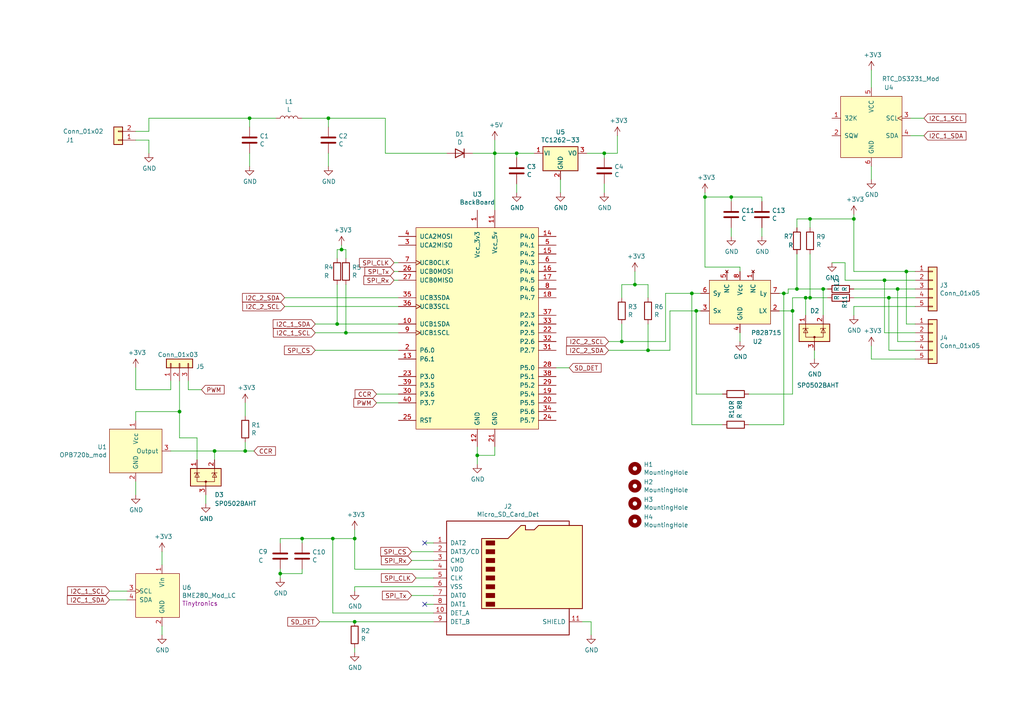
<source format=kicad_sch>
(kicad_sch (version 20211123) (generator eeschema)
  (paper "A4")
  (title_block (title "Primavera Monitor") (rev "v1.2"))
  (lib_symbols
    (symbol "BME280:BME280_Mod_LC" (pin_names (offset 1.016))
      (property "Reference" "U" (at 10.16 0 0))
      (property "Value" "BME280_Mod_LC" (at 16.51 2.54 0))
      (property "Manufacturer" "Tinytronics" (at 13.97 5.08 0))
      (symbol "BME280_Mod_LC_0_1"
        (rectangle (start -6.35 6.35) (end 6.35 -6.35) (fill (type background)))
      )
      (symbol "BME280_Mod_LC_1_1"
        (pin power_in line (at 1.27 8.89 270) (length 2.54) (name "Vin") (number "1"))
        (pin power_out line (at 1.27 -8.89 90) (length 2.54) (name "GND") (number "2"))
        (pin input clock (at -8.89 1.27 0) (length 2.54) (name "SCL") (number "3"))
        (pin bidirectional line (at -8.89 -1.27 0) (length 2.54) (name "SDA") (number "4"))
      )
    )
    (symbol "Connector:Micro_SD_Card_Det" (pin_names (offset 1.016))
      (property "Reference" "J" (at -16.51 17.78 0))
      (property "Value" "Micro_SD_Card_Det" (at 16.51 17.78 0))
      (symbol "Micro_SD_Card_Det_0_1"
        (rectangle (start -7.62 -6.985) (end -5.08 -8.255) (fill (type outline)))
        (rectangle (start -7.62 -4.445) (end -5.08 -5.715) (fill (type outline)))
        (rectangle (start -7.62 -1.905) (end -5.08 -3.175) (fill (type outline)))
        (rectangle (start -7.62 0.635) (end -5.08 -0.635) (fill (type outline)))
        (rectangle (start -7.62 3.175) (end -5.08 1.905) (fill (type outline)))
        (rectangle (start -7.62 5.715) (end -5.08 4.445) (fill (type outline)))
        (rectangle (start -7.62 8.255) (end -5.08 6.985) (fill (type outline)))
        (rectangle (start -7.62 10.795) (end -5.08 9.525) (fill (type outline)))
        (polyline (pts (xy 16.51 15.24) (xy 16.51 16.51) (xy -19.05 16.51) (xy -19.05 -16.51) (xy 16.51 -16.51) (xy 16.51 -8.89)) (stroke (width 0.254)))
        (polyline (pts (xy -8.89 -8.89) (xy -8.89 11.43) (xy -1.27 11.43) (xy 2.54 15.24) (xy 3.81 15.24) (xy 3.81 13.97) (xy 6.35 13.97) (xy 7.62 15.24) (xy 20.32 15.24) (xy 20.32 -8.89) (xy -8.89 -8.89)) (stroke (width 0.254)) (fill (type background)))
      )
      (symbol "Micro_SD_Card_Det_1_1"
        (pin bidirectional line (at -22.86 10.16 0) (length 3.81) (name "DAT2") (number "1"))
        (pin passive line (at -22.86 -10.16 0) (length 3.81) (name "DET_A") (number "10"))
        (pin passive line (at 20.32 -12.7 180) (length 3.81) (name "SHIELD") (number "11"))
        (pin bidirectional line (at -22.86 7.62 0) (length 3.81) (name "DAT3/CD") (number "2"))
        (pin input line (at -22.86 5.08 0) (length 3.81) (name "CMD") (number "3"))
        (pin power_in line (at -22.86 2.54 0) (length 3.81) (name "VDD") (number "4"))
        (pin input line (at -22.86 0 0) (length 3.81) (name "CLK") (number "5"))
        (pin power_in line (at -22.86 -2.54 0) (length 3.81) (name "VSS") (number "6"))
        (pin bidirectional line (at -22.86 -5.08 0) (length 3.81) (name "DAT0") (number "7"))
        (pin bidirectional line (at -22.86 -7.62 0) (length 3.81) (name "DAT1") (number "8"))
        (pin passive line (at -22.86 -12.7 0) (length 3.81) (name "DET_B") (number "9"))
      )
    )
    (symbol "Connector_Generic:Conn_01x02" (pin_names (offset 1.016) hide)
      (property "Reference" "J" (at 0 2.54 0))
      (property "Value" "Conn_01x02" (at 0 -5.08 0))
      (symbol "Conn_01x02_1_1"
        (rectangle (start -1.27 -2.413) (end 0 -2.667) (stroke (width 0.1524)))
        (rectangle (start -1.27 0.127) (end 0 -0.127) (stroke (width 0.1524)))
        (rectangle (start -1.27 1.27) (end 1.27 -3.81) (stroke (width 0.254)) (fill (type background)))
        (pin passive line (at -5.08 0 0) (length 3.81) (name "Pin_1") (number "1"))
        (pin passive line (at -5.08 -2.54 0) (length 3.81) (name "Pin_2") (number "2"))
      )
    )
    (symbol "Connector_Generic:Conn_01x03" (pin_names (offset 1.016) hide)
      (property "Reference" "J" (at 0 5.08 0))
      (property "Value" "Conn_01x03" (at 0 -5.08 0))
      (symbol "Conn_01x03_1_1"
        (rectangle (start -1.27 -2.413) (end 0 -2.667) (stroke (width 0.1524)))
        (rectangle (start -1.27 0.127) (end 0 -0.127) (stroke (width 0.1524)))
        (rectangle (start -1.27 2.667) (end 0 2.413) (stroke (width 0.1524)))
        (rectangle (start -1.27 3.81) (end 1.27 -3.81) (stroke (width 0.254)) (fill (type background)))
        (pin passive line (at -5.08 2.54 0) (length 3.81) (name "Pin_1") (number "1"))
        (pin passive line (at -5.08 0 0) (length 3.81) (name "Pin_2") (number "2"))
        (pin passive line (at -5.08 -2.54 0) (length 3.81) (name "Pin_3") (number "3"))
      )
    )
    (symbol "Connector_Generic:Conn_01x05" (pin_names (offset 1.016) hide)
      (property "Reference" "J" (at 0 7.62 0))
      (property "Value" "Conn_01x05" (at 0 -7.62 0))
      (symbol "Conn_01x05_1_1"
        (rectangle (start -1.27 -4.953) (end 0 -5.207) (stroke (width 0.1524)))
        (rectangle (start -1.27 -2.413) (end 0 -2.667) (stroke (width 0.1524)))
        (rectangle (start -1.27 0.127) (end 0 -0.127) (stroke (width 0.1524)))
        (rectangle (start -1.27 2.667) (end 0 2.413) (stroke (width 0.1524)))
        (rectangle (start -1.27 5.207) (end 0 4.953) (stroke (width 0.1524)))
        (rectangle (start -1.27 6.35) (end 1.27 -6.35) (stroke (width 0.254)) (fill (type background)))
        (pin passive line (at -5.08 5.08 0) (length 3.81) (name "Pin_1") (number "1"))
        (pin passive line (at -5.08 2.54 0) (length 3.81) (name "Pin_2") (number "2"))
        (pin passive line (at -5.08 0 0) (length 3.81) (name "Pin_3") (number "3"))
        (pin passive line (at -5.08 -2.54 0) (length 3.81) (name "Pin_4") (number "4"))
        (pin passive line (at -5.08 -5.08 0) (length 3.81) (name "Pin_5") (number "5"))
      )
    )
    (symbol "Device:C" (pin_numbers hide) (pin_names (offset 0.254))
      (property "Reference" "C" (at 0.635 2.54 0))
      (property "Value" "C" (at 0.635 -2.54 0))
      (symbol "C_0_1"
        (polyline (pts (xy -2.032 -0.762) (xy 2.032 -0.762)) (stroke (width 0.508)))
        (polyline (pts (xy -2.032 0.762) (xy 2.032 0.762)) (stroke (width 0.508)))
      )
      (symbol "C_1_1"
        (pin passive line (at 0 3.81 270) (length 2.794) (name "~") (number "1"))
        (pin passive line (at 0 -3.81 90) (length 2.794) (name "~") (number "2"))
      )
    )
    (symbol "Device:D" (pin_numbers hide) (pin_names (offset 1.016) hide)
      (property "Reference" "D" (at 0 2.54 0))
      (property "Value" "D" (at 0 -2.54 0))
      (symbol "D_0_1"
        (polyline (pts (xy -1.27 1.27) (xy -1.27 -1.27)) (stroke (width 0.254)))
        (polyline (pts (xy 1.27 0) (xy -1.27 0)))
        (polyline (pts (xy 1.27 1.27) (xy 1.27 -1.27) (xy -1.27 0) (xy 1.27 1.27)) (stroke (width 0.254)))
      )
      (symbol "D_1_1"
        (pin passive line (at -3.81 0 0) (length 2.54) (name "K") (number "1"))
        (pin passive line (at 3.81 0 180) (length 2.54) (name "A") (number "2"))
      )
    )
    (symbol "Device:L" (pin_numbers hide) (pin_names (offset 1.016) hide)
      (property "Reference" "L" (at -1.27 0 90))
      (property "Value" "L" (at 1.905 0 90))
      (symbol "L_0_1"
        (arc (start 0 -2.54) (mid 0.635 -1.905) (end 0 -1.27))
        (arc (start 0 -1.27) (mid 0.635 -0.635) (end 0 0))
        (arc (start 0 0) (mid 0.635 0.635) (end 0 1.27))
        (arc (start 0 1.27) (mid 0.635 1.905) (end 0 2.54))
      )
      (symbol "L_1_1"
        (pin passive line (at 0 3.81 270) (length 1.27) (name "1") (number "1"))
        (pin passive line (at 0 -3.81 90) (length 1.27) (name "2") (number "2"))
      )
    )
    (symbol "Device:R" (pin_numbers hide) (pin_names (offset 0))
      (property "Reference" "R" (at 2.032 0 90))
      (property "Value" "R" (at 0 0 90))
      (symbol "R_0_1"
        (rectangle (start -1.016 -2.54) (end 1.016 2.54) (stroke (width 0.254)))
      )
      (symbol "R_1_1"
        (pin passive line (at 0 3.81 270) (length 1.27) (name "~") (number "1"))
        (pin passive line (at 0 -3.81 90) (length 1.27) (name "~") (number "2"))
      )
    )
    (symbol "I2C_Peripherals:P82B715" (pin_names (offset 1.016))
      (property "Reference" "U" (at 2.54 -10.16 0))
      (property "Value" "P82B715" (at 6.35 -7.62 0))
      (symbol "P82B715_0_1"
        (rectangle (start -8.89 6.35) (end 8.89 -6.35) (fill (type background)))
      )
      (symbol "P82B715_1_1"
        (pin no_connect line (at 3.81 8.89 270) (length 2.54) (name "NC") (number "1"))
        (pin bidirectional line (at 11.43 -2.54 180) (length 2.54) (name "LX") (number "2"))
        (pin bidirectional line (at -11.43 -2.54 0) (length 2.54) (name "Sx") (number "3"))
        (pin power_out line (at 0 -8.89 90) (length 2.54) (name "GND") (number "4"))
        (pin no_connect line (at -3.81 8.89 270) (length 2.54) (name "NC") (number "5"))
        (pin bidirectional line (at -11.43 2.54 0) (length 2.54) (name "Sy") (number "6"))
        (pin bidirectional line (at 11.43 2.54 180) (length 2.54) (name "Ly") (number "7"))
        (pin power_in line (at 0 8.89 270) (length 2.54) (name "Vcc") (number "8"))
      )
    )
    (symbol "MSP-EXP432P401R:BackBoard" (pin_names (offset 1.016))
      (property "Reference" "U" (at 12.7 31.75 0))
      (property "Value" "BackBoard" (at 16.51 34.29 0))
      (symbol "BackBoard_0_1"
        (rectangle (start -17.78 29.21) (end 17.78 -29.21) (fill (type background)))
      )
      (symbol "BackBoard_1_1"
        (pin power_in line (at 0 34.29 270) (length 5.08) (name "Vcc_3v3") (number "1"))
        (pin bidirectional line (at -22.86 1.27 0) (length 5.08) (name "UCB1SDA") (number "10"))
        (pin power_in line (at 5.08 34.29 270) (length 5.08) (name "Vcc_5v") (number "11"))
        (pin power_out line (at 0 -34.29 90) (length 5.08) (name "GND") (number "12"))
        (pin bidirectional line (at -22.86 -8.89 0) (length 5.08) (name "P6.1") (number "13"))
        (pin bidirectional line (at 22.86 26.67 180) (length 5.08) (name "P4.0") (number "14"))
        (pin bidirectional line (at 22.86 21.59 180) (length 5.08) (name "P4.2") (number "15"))
        (pin bidirectional line (at 22.86 16.51 180) (length 5.08) (name "P4.4") (number "16"))
        (pin bidirectional line (at 22.86 13.97 180) (length 5.08) (name "P4.5") (number "17"))
        (pin bidirectional line (at 22.86 8.89 180) (length 5.08) (name "P4.7") (number "18"))
        (pin bidirectional line (at 22.86 -19.05 180) (length 5.08) (name "P5.4") (number "19"))
        (pin bidirectional line (at -22.86 -6.35 0) (length 5.08) (name "P6.0") (number "2"))
        (pin bidirectional line (at 22.86 -21.59 180) (length 5.08) (name "P5.5") (number "20"))
        (pin power_out line (at 5.08 -34.29 90) (length 5.08) (name "GND") (number "21"))
        (pin bidirectional line (at 22.86 -1.27 180) (length 5.08) (name "P2.5") (number "22"))
        (pin bidirectional line (at -22.86 -13.97 0) (length 5.08) (name "P3.0") (number "23"))
        (pin bidirectional line (at 22.86 -26.67 180) (length 5.08) (name "P5.7") (number "24"))
        (pin input line (at -22.86 -26.67 0) (length 5.08) (name "RST") (number "25"))
        (pin bidirectional line (at -22.86 16.51 0) (length 5.08) (name "UCB0MOSI") (number "26"))
        (pin bidirectional line (at -22.86 13.97 0) (length 5.08) (name "UCB0MISO") (number "27"))
        (pin bidirectional line (at 22.86 -11.43 180) (length 5.08) (name "P5.0") (number "28"))
        (pin bidirectional line (at 22.86 -16.51 180) (length 5.08) (name "P5.2") (number "29"))
        (pin bidirectional line (at -22.86 24.13 0) (length 5.08) (name "UCA2MISO") (number "3"))
        (pin bidirectional line (at -22.86 -19.05 0) (length 5.08) (name "P3.6") (number "30"))
        (pin bidirectional line (at 22.86 -6.35 180) (length 5.08) (name "P2.7") (number "31"))
        (pin bidirectional line (at 22.86 -3.81 180) (length 5.08) (name "P2.6") (number "32"))
        (pin bidirectional line (at 22.86 1.27 180) (length 5.08) (name "P2.4") (number "33"))
        (pin bidirectional line (at 22.86 -24.13 180) (length 5.08) (name "P5.6") (number "34"))
        (pin bidirectional line (at -22.86 8.89 0) (length 5.08) (name "UCB3SDA") (number "35"))
        (pin output clock (at -22.86 6.35 0) (length 5.08) (name "UCB3SCL") (number "36"))
        (pin bidirectional line (at 22.86 3.81 180) (length 5.08) (name "P2.3") (number "37"))
        (pin bidirectional line (at 22.86 -13.97 180) (length 5.08) (name "P5.1") (number "38"))
        (pin bidirectional line (at -22.86 -16.51 0) (length 5.08) (name "P3.5") (number "39"))
        (pin bidirectional line (at -22.86 26.67 0) (length 5.08) (name "UCA2MOSI") (number "4"))
        (pin bidirectional line (at -22.86 -21.59 0) (length 5.08) (name "P3.7") (number "40"))
        (pin bidirectional line (at 22.86 24.13 180) (length 5.08) (name "P4.1") (number "5"))
        (pin bidirectional line (at 22.86 19.05 180) (length 5.08) (name "P4.3") (number "6"))
        (pin output clock (at -22.86 19.05 0) (length 5.08) (name "UCB0CLK") (number "7"))
        (pin bidirectional line (at 22.86 11.43 180) (length 5.08) (name "P4.6") (number "8"))
        (pin output clock (at -22.86 -1.27 0) (length 5.08) (name "UCB1SCL") (number "9"))
      )
    )
    (symbol "Mechanical:MountingHole" (pin_names (offset 1.016))
      (property "Reference" "H" (at 0 5.08 0))
      (property "Value" "MountingHole" (at 0 3.175 0))
      (symbol "MountingHole_0_1"
        (circle (center 0 0) (radius 1.27) (stroke (width 1.27)))
      )
    )
    (symbol "OPB720b:OPB720b_mod" (pin_names (offset 1.016))
      (property "Reference" "U" (at -11.43 10.16 0))
      (property "Value" "OPB720b_mod" (at -11.43 7.62 0))
      (symbol "OPB720b_mod_0_1"
        (rectangle (start -7.62 6.35) (end 7.62 -6.35) (fill (type background)))
      )
      (symbol "OPB720b_mod_1_1"
        (pin power_in line (at 0 8.89 270) (length 2.54) (name "Vcc") (number "1"))
        (pin power_out line (at 0 -8.89 90) (length 2.54) (name "GND") (number "2"))
        (pin output line (at 10.16 0 180) (length 2.54) (name "Output") (number "3"))
      )
    )
    (symbol "Power_Protection:SP0502BAHT" (pin_names hide)
      (property "Reference" "D" (at 5.715 2.54 0))
      (property "Value" "SP0502BAHT" (at 5.715 0.635 0))
      (symbol "SP0502BAHT_0_0"
        (pin passive line (at 0 -5.08 90) (length 2.54) (name "A") (number "3"))
      )
      (symbol "SP0502BAHT_0_1"
        (rectangle (start -4.445 2.54) (end 4.445 -2.54) (stroke (width 0.254)) (fill (type background)))
        (circle (center 0 -1.27) (radius 0.254) (fill (type outline)))
        (polyline (pts (xy -2.54 2.54) (xy -2.54 1.27)))
        (polyline (pts (xy 0 -1.27) (xy 0 -2.54)))
        (polyline (pts (xy 2.54 2.54) (xy 2.54 1.27)))
        (polyline (pts (xy -3.302 1.016) (xy -3.302 1.27) (xy -1.905 1.27) (xy -1.778 1.27)))
        (polyline (pts (xy -2.54 1.27) (xy -2.54 -1.27) (xy 2.54 -1.27) (xy 2.54 1.27)))
        (polyline (pts (xy -2.54 1.27) (xy -1.905 0) (xy -3.175 0) (xy -2.54 1.27)))
        (polyline (pts (xy 1.778 1.016) (xy 1.778 1.27) (xy 3.175 1.27) (xy 3.302 1.27)))
        (polyline (pts (xy 2.54 1.27) (xy 1.905 0) (xy 3.175 0) (xy 2.54 1.27)))
      )
      (symbol "SP0502BAHT_1_1"
        (pin passive line (at -2.54 5.08 270) (length 2.54) (name "K") (number "1"))
        (pin passive line (at 2.54 5.08 270) (length 2.54) (name "K") (number "2"))
      )
    )
    (symbol "RTC_DS3231:RTC_DS3231_Mod" (pin_names (offset 1.016))
      (property "Reference" "U" (at -13.97 12.7 0))
      (property "Value" "RTC_DS3231_Mod" (at -13.97 10.16 0))
      (symbol "RTC_DS3231_Mod_0_1"
        (rectangle (start -8.89 8.89) (end 8.89 -8.89) (fill (type background)))
      )
      (symbol "RTC_DS3231_Mod_1_1"
        (pin output line (at 11.43 2.54 180) (length 2.54) (name "32K") (number "1"))
        (pin output line (at 11.43 -2.54 180) (length 2.54) (name "SQW") (number "2"))
        (pin input clock (at -11.43 2.54 0) (length 2.54) (name "SCL") (number "3"))
        (pin bidirectional line (at -11.43 -2.54 0) (length 2.54) (name "SDA") (number "4"))
        (pin power_in line (at 0 11.43 270) (length 2.54) (name "VCC") (number "5"))
        (pin power_out line (at 0 -11.43 90) (length 2.54) (name "GND") (number "6"))
      )
    )
    (symbol "Regulator_Linear:TC1262-33" (pin_names (offset 0.254))
      (property "Reference" "U" (at -3.81 3.175 0))
      (property "Value" "TC1262-33" (at 0 3.175 0))
      (symbol "TC1262-33_1_1"
        (rectangle (start -5.08 1.905) (end 5.08 -5.08) (stroke (width 0.254)) (fill (type background)))
        (pin power_in line (at -7.62 0 0) (length 2.54) (name "VI") (number "1"))
        (pin power_in line (at 0 -7.62 90) (length 2.54) (name "GND") (number "2"))
        (pin power_out line (at 7.62 0 180) (length 2.54) (name "VO") (number "3"))
      )
    )
    (symbol "power:+3.3V" (power) (pin_names (offset 0))
      (property "Value" "+3.3V" (at 0 3.556 0))
      (symbol "+3.3V_0_1"
        (polyline (pts (xy -0.762 1.27) (xy 0 2.54)))
        (polyline (pts (xy 0 0) (xy 0 2.54)))
        (polyline (pts (xy 0 2.54) (xy 0.762 1.27)))
      )
      (symbol "+3.3V_1_1"
        (pin power_in line (at 0 0 90) (length 0) hide (name "+3V3") (number "1"))
      )
    )
    (symbol "power:+3V3" (power) (pin_names (offset 0))
      (property "Value" "+3V3" (at 0 3.556 0))
      (symbol "+3V3_0_1"
        (polyline (pts (xy -0.762 1.27) (xy 0 2.54)))
        (polyline (pts (xy 0 0) (xy 0 2.54)))
        (polyline (pts (xy 0 2.54) (xy 0.762 1.27)))
      )
      (symbol "+3V3_1_1"
        (pin power_in line (at 0 0 90) (length 0) hide (name "+3V3") (number "1"))
      )
    )
    (symbol "power:+5V" (power) (pin_names (offset 0))
      (property "Value" "+5V" (at 0 3.556 0))
      (symbol "+5V_0_1"
        (polyline (pts (xy -0.762 1.27) (xy 0 2.54)))
        (polyline (pts (xy 0 0) (xy 0 2.54)))
        (polyline (pts (xy 0 2.54) (xy 0.762 1.27)))
      )
      (symbol "+5V_1_1"
        (pin power_in line (at 0 0 90) (length 0) hide (name "+5V") (number "1"))
      )
    )
    (symbol "power:GND" (power) (pin_names (offset 0))
      (property "Value" "GND" (at 0 -3.81 0))
      (symbol "GND_0_1"
        (polyline (pts (xy 0 0) (xy 0 -1.27) (xy 1.27 -1.27) (xy 0 -2.54) (xy -1.27 -1.27) (xy 0 -1.27)))
      )
      (symbol "GND_1_1"
        (pin power_in line (at 0 0 270) (length 0) hide (name "GND") (number "1"))
      )
    )
  )
  (junction (at 201.93 90.17))
  (junction (at 200.66 85.09))
  (junction (at 184.15 82.55))
  (junction (at 149.86 44.45))
  (junction (at 227.33 85.09))
  (junction (at 143.51 44.45))
  (junction (at 262.89 78.74))
  (junction (at 180.34 99.06))
  (junction (at 62.23 130.81))
  (junction (at 99.06 72.39))
  (junction (at 71.12 130.81))
  (junction (at 100.33 96.52))
  (junction (at 256.54 81.28))
  (junction (at 234.95 86.36))
  (junction (at 229.87 90.17))
  (junction (at 234.95 63.5))
  (junction (at 247.65 63.5))
  (junction (at 81.28 166.37))
  (junction (at 233.68 86.36))
  (junction (at 102.87 156.21))
  (junction (at 102.87 180.34))
  (junction (at 187.96 101.6))
  (junction (at 72.39 34.29))
  (junction (at 87.63 156.21))
  (junction (at 260.35 83.82))
  (junction (at 175.26 44.45))
  (junction (at 97.79 93.98))
  (junction (at 212.09 57.15))
  (junction (at 257.81 86.36))
  (junction (at 52.07 119.38))
  (junction (at 95.25 34.29))
  (junction (at 204.47 57.15))
  (junction (at 138.43 132.08))
  (junction (at 231.14 83.82))
  (junction (at 96.52 156.21))
  (junction (at 238.76 83.82))
  (no_connect (at 123.19 175.26))
  (no_connect (at 123.19 157.48))
  (wire (pts (xy 81.28 157.48) (xy 81.28 156.21)))
  (wire (pts (xy 247.65 78.74) (xy 262.89 78.74)))
  (wire (pts (xy 59.69 143.51) (xy 59.69 146.05)))
  (wire (pts (xy 226.06 90.17) (xy 229.87 90.17)))
  (wire (pts (xy 184.15 78.74) (xy 184.15 82.55)))
  (wire (pts (xy 39.37 40.64) (xy 43.18 40.64)))
  (wire (pts (xy 194.31 101.6) (xy 194.31 90.17)))
  (wire (pts (xy 109.22 114.3) (xy 115.57 114.3)))
  (wire (pts (xy 214.63 96.52) (xy 214.63 99.06)))
  (wire (pts (xy 111.76 44.45) (xy 129.54 44.45)))
  (wire (pts (xy 82.55 86.36) (xy 115.57 86.36)))
  (wire (pts (xy 87.63 34.29) (xy 95.25 34.29)))
  (wire (pts (xy 143.51 44.45) (xy 143.51 60.96)))
  (wire (pts (xy 125.73 180.34) (xy 102.87 180.34)))
  (wire (pts (xy 39.37 119.38) (xy 52.07 119.38)))
  (wire (pts (xy 149.86 53.34) (xy 149.86 55.88)))
  (wire (pts (xy 119.38 162.56) (xy 125.73 162.56)))
  (wire (pts (xy 175.26 44.45) (xy 179.07 44.45)))
  (wire (pts (xy 102.87 153.67) (xy 102.87 156.21)))
  (wire (pts (xy 111.76 34.29) (xy 111.76 44.45)))
  (wire (pts (xy 39.37 106.68) (xy 39.37 113.03)))
  (wire (pts (xy 229.87 114.3) (xy 229.87 90.17)))
  (wire (pts (xy 99.06 72.39) (xy 100.33 72.39)))
  (wire (pts (xy 99.06 71.12) (xy 99.06 72.39)))
  (wire (pts (xy 201.93 114.3) (xy 201.93 90.17)))
  (wire (pts (xy 233.68 91.44) (xy 233.68 86.36)))
  (wire (pts (xy 204.47 77.47) (xy 214.63 77.47)))
  (wire (pts (xy 176.53 99.06) (xy 180.34 99.06)))
  (wire (pts (xy 194.31 90.17) (xy 201.93 90.17)))
  (wire (pts (xy 95.25 44.45) (xy 95.25 48.26)))
  (wire (pts (xy 176.53 101.6) (xy 187.96 101.6)))
  (wire (pts (xy 180.34 93.98) (xy 180.34 99.06)))
  (wire (pts (xy 229.87 86.36) (xy 233.68 86.36)))
  (wire (pts (xy 115.57 116.84) (xy 109.22 116.84)))
  (wire (pts (xy 138.43 129.54) (xy 138.43 132.08)))
  (wire (pts (xy 247.65 62.23) (xy 247.65 63.5)))
  (wire (pts (xy 187.96 101.6) (xy 194.31 101.6)))
  (wire (pts (xy 125.73 170.18) (xy 102.87 170.18)))
  (wire (pts (xy 114.3 78.74) (xy 115.57 78.74)))
  (wire (pts (xy 87.63 165.1) (xy 87.63 166.37)))
  (wire (pts (xy 149.86 45.72) (xy 149.86 44.45)))
  (wire (pts (xy 71.12 128.27) (xy 71.12 130.81)))
  (wire (pts (xy 217.17 114.3) (xy 229.87 114.3)))
  (wire (pts (xy 137.16 44.45) (xy 143.51 44.45)))
  (wire (pts (xy 247.65 88.9) (xy 247.65 91.44)))
  (wire (pts (xy 71.12 130.81) (xy 73.66 130.81)))
  (wire (pts (xy 114.3 76.2) (xy 115.57 76.2)))
  (wire (pts (xy 62.23 130.81) (xy 49.53 130.81)))
  (wire (pts (xy 238.76 91.44) (xy 238.76 83.82)))
  (wire (pts (xy 62.23 133.35) (xy 62.23 130.81)))
  (wire (pts (xy 168.91 180.34) (xy 171.45 180.34)))
  (wire (pts (xy 97.79 72.39) (xy 97.79 74.93)))
  (wire (pts (xy 187.96 82.55) (xy 187.96 86.36)))
  (wire (pts (xy 31.75 171.45) (xy 36.83 171.45)))
  (wire (pts (xy 96.52 156.21) (xy 102.87 156.21)))
  (wire (pts (xy 212.09 66.04) (xy 212.09 68.58)))
  (wire (pts (xy 52.07 127) (xy 52.07 119.38)))
  (wire (pts (xy 231.14 63.5) (xy 231.14 66.04)))
  (wire (pts (xy 54.61 110.49) (xy 54.61 113.03)))
  (wire (pts (xy 236.22 101.6) (xy 236.22 104.14)))
  (wire (pts (xy 57.15 133.35) (xy 57.15 127)))
  (wire (pts (xy 257.81 86.36) (xy 265.43 86.36)))
  (wire (pts (xy 102.87 156.21) (xy 102.87 165.1)))
  (wire (pts (xy 71.12 130.81) (xy 62.23 130.81)))
  (wire (pts (xy 231.14 83.82) (xy 238.76 83.82)))
  (wire (pts (xy 39.37 113.03) (xy 49.53 113.03)))
  (wire (pts (xy 228.6 83.82) (xy 231.14 83.82)))
  (wire (pts (xy 247.65 63.5) (xy 234.95 63.5)))
  (wire (pts (xy 143.51 40.64) (xy 143.51 44.45)))
  (wire (pts (xy 87.63 156.21) (xy 96.52 156.21)))
  (wire (pts (xy 87.63 157.48) (xy 87.63 156.21)))
  (wire (pts (xy 252.73 48.26) (xy 252.73 52.07)))
  (wire (pts (xy 179.07 39.37) (xy 179.07 44.45)))
  (wire (pts (xy 245.11 76.2) (xy 241.3 76.2)))
  (wire (pts (xy 72.39 34.29) (xy 43.18 34.29)))
  (wire (pts (xy 143.51 44.45) (xy 149.86 44.45)))
  (wire (pts (xy 260.35 99.06) (xy 265.43 99.06)))
  (wire (pts (xy 99.06 72.39) (xy 97.79 72.39)))
  (wire (pts (xy 43.18 38.1) (xy 39.37 38.1)))
  (wire (pts (xy 212.09 57.15) (xy 212.09 58.42)))
  (wire (pts (xy 262.89 78.74) (xy 265.43 78.74)))
  (wire (pts (xy 256.54 96.52) (xy 265.43 96.52)))
  (wire (pts (xy 125.73 177.8) (xy 96.52 177.8)))
  (wire (pts (xy 209.55 114.3) (xy 201.93 114.3)))
  (wire (pts (xy 46.99 181.61) (xy 46.99 184.15)))
  (wire (pts (xy 100.33 82.55) (xy 100.33 96.52)))
  (wire (pts (xy 81.28 166.37) (xy 81.28 167.64)))
  (wire (pts (xy 184.15 82.55) (xy 180.34 82.55)))
  (wire (pts (xy 95.25 34.29) (xy 111.76 34.29)))
  (wire (pts (xy 96.52 177.8) (xy 96.52 156.21)))
  (wire (pts (xy 87.63 166.37) (xy 81.28 166.37)))
  (wire (pts (xy 220.98 57.15) (xy 220.98 58.42)))
  (wire (pts (xy 233.68 86.36) (xy 234.95 86.36)))
  (wire (pts (xy 184.15 82.55) (xy 187.96 82.55)))
  (wire (pts (xy 100.33 72.39) (xy 100.33 74.93)))
  (wire (pts (xy 82.55 88.9) (xy 115.57 88.9)))
  (wire (pts (xy 97.79 93.98) (xy 115.57 93.98)))
  (wire (pts (xy 234.95 63.5) (xy 234.95 66.04)))
  (wire (pts (xy 165.1 106.68) (xy 161.29 106.68)))
  (wire (pts (xy 262.89 93.98) (xy 265.43 93.98)))
  (wire (pts (xy 114.3 81.28) (xy 115.57 81.28)))
  (wire (pts (xy 226.06 85.09) (xy 227.33 85.09)))
  (wire (pts (xy 265.43 104.14) (xy 252.73 104.14)))
  (wire (pts (xy 217.17 123.19) (xy 227.33 123.19)))
  (wire (pts (xy 187.96 93.98) (xy 187.96 101.6)))
  (wire (pts (xy 200.66 85.09) (xy 203.2 85.09)))
  (wire (pts (xy 72.39 36.83) (xy 72.39 34.29)))
  (wire (pts (xy 39.37 121.92) (xy 39.37 119.38)))
  (wire (pts (xy 234.95 73.66) (xy 234.95 86.36)))
  (wire (pts (xy 201.93 90.17) (xy 203.2 90.17)))
  (wire (pts (xy 204.47 57.15) (xy 212.09 57.15)))
  (wire (pts (xy 175.26 53.34) (xy 175.26 55.88)))
  (wire (pts (xy 204.47 57.15) (xy 204.47 77.47)))
  (wire (pts (xy 49.53 113.03) (xy 49.53 110.49)))
  (wire (pts (xy 95.25 36.83) (xy 95.25 34.29)))
  (wire (pts (xy 57.15 127) (xy 52.07 127)))
  (wire (pts (xy 80.01 34.29) (xy 72.39 34.29)))
  (wire (pts (xy 257.81 101.6) (xy 265.43 101.6)))
  (wire (pts (xy 100.33 96.52) (xy 115.57 96.52)))
  (wire (pts (xy 102.87 165.1) (xy 125.73 165.1)))
  (wire (pts (xy 212.09 57.15) (xy 220.98 57.15)))
  (wire (pts (xy 247.65 63.5) (xy 247.65 78.74)))
  (wire (pts (xy 193.04 85.09) (xy 200.66 85.09)))
  (wire (pts (xy 91.44 101.6) (xy 115.57 101.6)))
  (wire (pts (xy 91.44 93.98) (xy 97.79 93.98)))
  (wire (pts (xy 39.37 139.7) (xy 39.37 143.51)))
  (wire (pts (xy 214.63 77.47) (xy 214.63 78.74)))
  (wire (pts (xy 256.54 81.28) (xy 265.43 81.28)))
  (wire (pts (xy 31.75 173.99) (xy 36.83 173.99)))
  (wire (pts (xy 97.79 82.55) (xy 97.79 93.98)))
  (wire (pts (xy 267.97 34.29) (xy 264.16 34.29)))
  (wire (pts (xy 72.39 44.45) (xy 72.39 48.26)))
  (wire (pts (xy 234.95 63.5) (xy 231.14 63.5)))
  (wire (pts (xy 46.99 160.02) (xy 46.99 163.83)))
  (wire (pts (xy 193.04 99.06) (xy 193.04 85.09)))
  (wire (pts (xy 143.51 129.54) (xy 143.51 132.08)))
  (wire (pts (xy 81.28 165.1) (xy 81.28 166.37)))
  (wire (pts (xy 247.65 88.9) (xy 265.43 88.9)))
  (wire (pts (xy 180.34 82.55) (xy 180.34 86.36)))
  (wire (pts (xy 180.34 99.06) (xy 193.04 99.06)))
  (wire (pts (xy 204.47 55.88) (xy 204.47 57.15)))
  (wire (pts (xy 81.28 156.21) (xy 87.63 156.21)))
  (wire (pts (xy 43.18 34.29) (xy 43.18 38.1)))
  (wire (pts (xy 71.12 116.84) (xy 71.12 120.65)))
  (wire (pts (xy 240.03 86.36) (xy 234.95 86.36)))
  (wire (pts (xy 247.65 86.36) (xy 257.81 86.36)))
  (wire (pts (xy 170.18 44.45) (xy 175.26 44.45)))
  (wire (pts (xy 247.65 83.82) (xy 260.35 83.82)))
  (wire (pts (xy 171.45 180.34) (xy 171.45 184.15)))
  (wire (pts (xy 102.87 170.18) (xy 102.87 171.45)))
  (wire (pts (xy 200.66 123.19) (xy 209.55 123.19)))
  (wire (pts (xy 260.35 83.82) (xy 265.43 83.82)))
  (wire (pts (xy 229.87 90.17) (xy 229.87 86.36)))
  (wire (pts (xy 125.73 157.48) (xy 123.19 157.48)))
  (wire (pts (xy 125.73 175.26) (xy 123.19 175.26)))
  (wire (pts (xy 231.14 73.66) (xy 231.14 83.82)))
  (wire (pts (xy 200.66 123.19) (xy 200.66 85.09)))
  (wire (pts (xy 54.61 113.03) (xy 58.42 113.03)))
  (wire (pts (xy 220.98 66.04) (xy 220.98 68.58)))
  (wire (pts (xy 175.26 45.72) (xy 175.26 44.45)))
  (wire (pts (xy 102.87 187.96) (xy 102.87 189.23)))
  (wire (pts (xy 120.65 167.64) (xy 125.73 167.64)))
  (wire (pts (xy 228.6 85.09) (xy 228.6 83.82)))
  (wire (pts (xy 119.38 172.72) (xy 125.73 172.72)))
  (wire (pts (xy 262.89 78.74) (xy 262.89 93.98)))
  (wire (pts (xy 256.54 81.28) (xy 256.54 96.52)))
  (wire (pts (xy 43.18 40.64) (xy 43.18 44.45)))
  (wire (pts (xy 267.97 39.37) (xy 264.16 39.37)))
  (wire (pts (xy 52.07 119.38) (xy 52.07 110.49)))
  (wire (pts (xy 138.43 132.08) (xy 138.43 134.62)))
  (wire (pts (xy 260.35 83.82) (xy 260.35 99.06)))
  (wire (pts (xy 240.03 83.82) (xy 238.76 83.82)))
  (wire (pts (xy 252.73 20.32) (xy 252.73 25.4)))
  (wire (pts (xy 143.51 132.08) (xy 138.43 132.08)))
  (wire (pts (xy 257.81 86.36) (xy 257.81 101.6)))
  (wire (pts (xy 119.38 160.02) (xy 125.73 160.02)))
  (wire (pts (xy 227.33 85.09) (xy 228.6 85.09)))
  (wire (pts (xy 227.33 123.19) (xy 227.33 85.09)))
  (wire (pts (xy 102.87 180.34) (xy 92.71 180.34)))
  (wire (pts (xy 245.11 81.28) (xy 245.11 76.2)))
  (wire (pts (xy 252.73 104.14) (xy 252.73 100.33)))
  (wire (pts (xy 245.11 81.28) (xy 256.54 81.28)))
  (wire (pts (xy 162.56 52.07) (xy 162.56 55.88)))
  (wire (pts (xy 149.86 44.45) (xy 154.94 44.45)))
  (wire (pts (xy 91.44 96.52) (xy 100.33 96.52)))
  (global_label "SPI_Tx" (shape input) (at 119.38 172.72 180) (property "Intersheet References" "${INTERSHEET_REFS}" (effects hide)))
  (global_label "CCR" (shape input) (at 109.22 114.3 180) (property "Intersheet References" "${INTERSHEET_REFS}" (effects hide)))
  (global_label "SPI_CLK" (shape input) (at 114.3 76.2 180) (property "Intersheet References" "${INTERSHEET_REFS}" (effects hide)))
  (global_label "SPI_CS" (shape input) (at 91.44 101.6 180) (property "Intersheet References" "${INTERSHEET_REFS}" (effects hide)))
  (global_label "SD_DET" (shape input) (at 92.71 180.34 180) (property "Intersheet References" "${INTERSHEET_REFS}" (effects hide)))
  (global_label "I2C_1_SCL" (shape input) (at 91.44 96.52 180) (property "Intersheet References" "${INTERSHEET_REFS}" (effects hide)))
  (global_label "SPI_Tx" (shape input) (at 114.3 78.74 180) (property "Intersheet References" "${INTERSHEET_REFS}" (effects hide)))
  (global_label "I2C_1_SCL" (shape input) (at 267.97 34.29 0) (property "Intersheet References" "${INTERSHEET_REFS}" (effects hide)))
  (global_label "SD_DET" (shape input) (at 165.1 106.68 0) (property "Intersheet References" "${INTERSHEET_REFS}" (effects hide)))
  (global_label "I2C_2_SDA" (shape input) (at 82.55 86.36 180) (property "Intersheet References" "${INTERSHEET_REFS}" (effects hide)))
  (global_label "CCR" (shape input) (at 73.66 130.81 0) (property "Intersheet References" "${INTERSHEET_REFS}" (effects hide)))
  (global_label "I2C_1_SCL" (shape input) (at 31.75 171.45 180) (property "Intersheet References" "${INTERSHEET_REFS}" (effects hide)))
  (global_label "I2C_2_SDA" (shape input) (at 176.53 101.6 180) (property "Intersheet References" "${INTERSHEET_REFS}" (effects hide)))
  (global_label "I2C_1_SDA" (shape input) (at 267.97 39.37 0) (property "Intersheet References" "${INTERSHEET_REFS}" (effects hide)))
  (global_label "SPI_CLK" (shape input) (at 120.65 167.64 180) (property "Intersheet References" "${INTERSHEET_REFS}" (effects hide)))
  (global_label "PWM" (shape input) (at 58.42 113.03 0) (property "Intersheet References" "${INTERSHEET_REFS}" (effects hide)))
  (global_label "I2C_1_SDA" (shape input) (at 91.44 93.98 180) (property "Intersheet References" "${INTERSHEET_REFS}" (effects hide)))
  (global_label "SPI_Rx" (shape input) (at 119.38 162.56 180) (property "Intersheet References" "${INTERSHEET_REFS}" (effects hide)))
  (global_label "PWM" (shape input) (at 109.22 116.84 180) (property "Intersheet References" "${INTERSHEET_REFS}" (effects hide)))
  (global_label "SPI_Rx" (shape input) (at 114.3 81.28 180) (property "Intersheet References" "${INTERSHEET_REFS}" (effects hide)))
  (global_label "I2C_1_SDA" (shape input) (at 31.75 173.99 180) (property "Intersheet References" "${INTERSHEET_REFS}" (effects hide)))
  (global_label "SPI_CS" (shape input) (at 119.38 160.02 180) (property "Intersheet References" "${INTERSHEET_REFS}" (effects hide)))
  (global_label "I2C_2_SCL" (shape input) (at 82.55 88.9 180) (property "Intersheet References" "${INTERSHEET_REFS}" (effects hide)))
  (global_label "I2C_2_SCL" (shape input) (at 176.53 99.06 180) (property "Intersheet References" "${INTERSHEET_REFS}" (effects hide)))
  (symbol (lib_id "RTC_DS3231:RTC_DS3231_Mod") (at 252.73 36.83 0) (mirror y) (unit 1)
    (property "Reference" "U4" (at 257.81 25.4 0))
    (property "Value" "RTC_DS3231_Mod" (at 264.16 22.86 0))
    (property "Footprint" "Connector_PinSocket_2.54mm:PinSocket_1x06_P2.54mm_Vertical" (effects hide))
  )
  (symbol (lib_id "BME280:BME280_Mod_LC") (at 45.72 172.72 0) (unit 1)
    (property "Reference" "U6" (at 52.7812 170.4086 0) (effects (justify left)))
    (property "Value" "BME280_Mod_LC" (at 52.7812 172.72 0) (effects (justify left)))
    (property "Footprint" "Connector_PinSocket_2.54mm:PinSocket_1x06_P2.54mm_Horizontal" (effects hide))
    (property "Datasheet" "https://www.bosch-sensortec.com/media/boschsensortec/downloads/datasheets/bst-bme280-ds002.pdf" (effects hide))
    (property "Manufacturer" "Tinytronics" (at 52.7812 175.0314 0) (effects (justify left)))
  )
  (symbol (lib_id "OPB720b:OPB720b_mod") (at 39.37 130.81 0) (unit 1)
    (property "Reference" "U1" (at 31.0388 129.6416 0) (effects (justify right)))
    (property "Value" "OPB720b_mod" (at 31.0388 131.953 0) (effects (justify right)))
    (property "Footprint" "Connector_Molex:Molex_KK-254_AE-6410-03A_1x03_P2.54mm_Vertical" (effects hide))
  )
  (symbol (lib_id "power:GND") (at 46.99 184.15 0) (unit 1)
    (property "Reference" "#PWR021" (effects hide))
    (property "Value" "GND" (at 47.117 188.5442 0))
  )
  (symbol (lib_id "power:+3V3") (at 46.99 160.02 0) (unit 1)
    (property "Reference" "#PWR020" (effects hide))
    (property "Value" "+3V3" (at 47.371 155.6258 0))
  )
  (symbol (lib_id "power:GND") (at 39.37 143.51 0) (unit 1)
    (property "Reference" "#PWR02" (effects hide))
    (property "Value" "GND" (at 39.497 147.9042 0))
  )
  (symbol (lib_id "power:GND") (at 252.73 52.07 0) (unit 1)
    (property "Reference" "#PWR012" (effects hide))
    (property "Value" "GND" (at 252.857 56.4642 0))
  )
  (symbol (lib_id "power:+3V3") (at 252.73 20.32 0) (unit 1)
    (property "Reference" "#PWR011" (effects hide))
    (property "Value" "+3V3" (at 253.111 15.9258 0))
  )
  (symbol (lib_id "power:GND") (at 138.43 134.62 0) (unit 1)
    (property "Reference" "#PWR010" (effects hide))
    (property "Value" "GND" (at 138.557 139.0142 0))
  )
  (symbol (lib_id "Device:R") (at 100.33 78.74 0) (unit 1)
    (property "Reference" "R5" (at 102.108 77.5716 0) (effects (justify left)))
    (property "Value" "R" (at 102.108 79.883 0) (effects (justify left)))
    (property "Footprint" "Resistor_SMD:R_0603_1608Metric_Pad0.98x0.95mm_HandSolder" (effects hide))
  )
  (symbol (lib_id "Device:R") (at 97.79 78.74 0) (unit 1)
    (property "Reference" "R4" (at 93.98 77.47 0) (effects (justify left)))
    (property "Value" "R" (at 93.98 80.01 0) (effects (justify left)))
    (property "Footprint" "Resistor_SMD:R_0603_1608Metric_Pad0.98x0.95mm_HandSolder" (effects hide))
  )
  (symbol (lib_id "power:+3V3") (at 99.06 71.12 0) (unit 1)
    (property "Reference" "#PWR09" (effects hide))
    (property "Value" "+3V3" (at 99.441 66.7258 0))
  )
  (symbol (lib_id "Connector_Generic:Conn_01x02") (at 34.29 40.64 180) (unit 1)
    (property "Reference" "J1" (at 20.32 40.64 0))
    (property "Value" "Conn_01x02" (at 24.13 38.1 0))
    (property "Footprint" "Connector_Molex:Molex_KK-254_AE-6410-02A_1x02_P2.54mm_Vertical" (effects hide))
  )
  (symbol (lib_id "power:GND") (at 43.18 44.45 0) (unit 1)
    (property "Reference" "#PWR04" (effects hide))
    (property "Value" "GND" (at 43.307 48.8442 0))
  )
  (symbol (lib_id "Device:R") (at 71.12 124.46 0) (unit 1)
    (property "Reference" "R1" (at 72.898 123.2916 0) (effects (justify left)))
    (property "Value" "R" (at 72.898 125.603 0) (effects (justify left)))
    (property "Footprint" "Resistor_SMD:R_0603_1608Metric_Pad0.98x0.95mm_HandSolder" (effects hide))
  )
  (symbol (lib_id "power:+3V3") (at 71.12 116.84 0) (unit 1)
    (property "Reference" "#PWR05" (effects hide))
    (property "Value" "+3V3" (at 71.501 112.4458 0))
  )
  (symbol (lib_id "power:+5V") (at 143.51 40.64 0) (unit 1)
    (property "Reference" "#PWR013" (effects hide))
    (property "Value" "+5V" (at 143.891 36.2458 0))
  )
  (symbol (lib_id "Device:D") (at 133.35 44.45 180) (unit 1)
    (property "Reference" "D1" (at 133.35 38.9382 0))
    (property "Value" "D" (at 133.35 41.2496 0))
    (property "Footprint" "Diode_SMD:D_1206_3216Metric" (effects hide))
  )
  (symbol (lib_id "Device:C") (at 72.39 40.64 0) (unit 1)
    (property "Reference" "C1" (at 75.311 39.4716 0) (effects (justify left)))
    (property "Value" "C" (at 75.311 41.783 0) (effects (justify left)))
    (property "Footprint" "Capacitor_SMD:C_1210_3225Metric" (effects hide))
  )
  (symbol (lib_id "Device:L") (at 83.82 34.29 90) (unit 1)
    (property "Reference" "L1" (at 83.82 29.464 90))
    (property "Value" "L" (at 83.82 31.7754 90))
    (property "Footprint" "Inductor_SMD:L_1210_3225Metric" (effects hide))
  )
  (symbol (lib_id "Device:C") (at 95.25 40.64 0) (unit 1)
    (property "Reference" "C2" (at 98.171 39.4716 0) (effects (justify left)))
    (property "Value" "C" (at 98.171 41.783 0) (effects (justify left)))
    (property "Footprint" "Capacitor_SMD:C_1210_3225Metric" (effects hide))
  )
  (symbol (lib_id "power:GND") (at 72.39 48.26 0) (unit 1)
    (property "Reference" "#PWR06" (effects hide))
    (property "Value" "GND" (at 72.517 52.6542 0))
  )
  (symbol (lib_id "power:GND") (at 95.25 48.26 0) (unit 1)
    (property "Reference" "#PWR08" (effects hide))
    (property "Value" "GND" (at 95.377 52.6542 0))
  )
  (symbol (lib_id "Device:C") (at 149.86 49.53 0) (unit 1)
    (property "Reference" "C3" (at 152.781 48.3616 0) (effects (justify left)))
    (property "Value" "C" (at 152.781 50.673 0) (effects (justify left)))
    (property "Footprint" "Capacitor_SMD:C_0603_1608Metric_Pad1.08x0.95mm_HandSolder" (effects hide))
  )
  (symbol (lib_id "Device:C") (at 175.26 49.53 0) (unit 1)
    (property "Reference" "C4" (at 178.181 48.3616 0) (effects (justify left)))
    (property "Value" "C" (at 178.181 50.673 0) (effects (justify left)))
    (property "Footprint" "Capacitor_SMD:C_0603_1608Metric_Pad1.08x0.95mm_HandSolder" (effects hide))
  )
  (symbol (lib_id "power:GND") (at 149.86 55.88 0) (unit 1)
    (property "Reference" "#PWR014" (effects hide))
    (property "Value" "GND" (at 149.987 60.2742 0))
  )
  (symbol (lib_id "power:GND") (at 162.56 55.88 0) (unit 1)
    (property "Reference" "#PWR015" (effects hide))
    (property "Value" "GND" (at 162.687 60.2742 0))
  )
  (symbol (lib_id "power:GND") (at 175.26 55.88 0) (unit 1)
    (property "Reference" "#PWR016" (effects hide))
    (property "Value" "GND" (at 175.387 60.2742 0))
  )
  (symbol (lib_id "power:+3V3") (at 179.07 39.37 0) (unit 1)
    (property "Reference" "#PWR017" (effects hide))
    (property "Value" "+3V3" (at 179.451 34.9758 0))
  )
  (symbol (lib_id "MSP-EXP432P401R:BackBoard") (at 138.43 95.25 0) (unit 1)
    (property "Reference" "U3" (at 138.43 56.3626 0))
    (property "Value" "BackBoard" (at 138.43 58.674 0))
    (property "Footprint" "MSP-EXP432P401R:MSP-EXP432P401R-Backboard" (effects hide))
  )
  (symbol (lib_id "I2C_Peripherals:P82B715") (at 214.63 87.63 0) (unit 1)
    (property "Reference" "U2" (at 219.71 99.06 0))
    (property "Value" "P82B715" (at 222.25 96.52 0))
    (property "Footprint" "Package_SO:SO-8_3.9x4.9mm_P1.27mm" (effects hide))
  )
  (symbol (lib_id "Device:R") (at 180.34 90.17 0) (unit 1)
    (property "Reference" "R3" (at 182.118 89.0016 0) (effects (justify left)))
    (property "Value" "R" (at 182.118 91.313 0) (effects (justify left)))
    (property "Footprint" "Resistor_SMD:R_0603_1608Metric_Pad0.98x0.95mm_HandSolder" (effects hide))
  )
  (symbol (lib_id "Device:R") (at 187.96 90.17 0) (unit 1)
    (property "Reference" "R6" (at 189.738 89.0016 0) (effects (justify left)))
    (property "Value" "R" (at 189.738 91.313 0) (effects (justify left)))
    (property "Footprint" "Resistor_SMD:R_0603_1608Metric_Pad0.98x0.95mm_HandSolder" (effects hide))
  )
  (symbol (lib_id "power:+3.3V") (at 184.15 78.74 0) (unit 1)
    (property "Reference" "#PWR0101" (effects hide))
    (property "Value" "+3.3V" (at 184.531 74.3458 0))
  )
  (symbol (lib_id "power:GND") (at 236.22 104.14 0) (unit 1)
    (property "Reference" "#PWR0103" (effects hide))
    (property "Value" "GND" (at 236.347 108.5342 0))
  )
  (symbol (lib_id "Device:R") (at 243.84 83.82 270) (unit 1)
    (property "Reference" "R11" (at 245.0084 85.598 0) (effects (justify left)))
    (property "Value" "R" (at 242.697 85.598 0) (effects (justify left)))
    (property "Footprint" "Resistor_SMD:R_0603_1608Metric_Pad0.98x0.95mm_HandSolder" (effects hide))
  )
  (symbol (lib_id "Device:R") (at 243.84 86.36 90) (unit 1)
    (property "Reference" "R12" (at 242.6716 84.582 0) (effects (justify left)))
    (property "Value" "R" (at 244.983 84.582 0) (effects (justify left)))
    (property "Footprint" "Resistor_SMD:R_0603_1608Metric_Pad0.98x0.95mm_HandSolder" (effects hide))
  )
  (symbol (lib_id "power:+3V3") (at 204.47 55.88 0) (unit 1)
    (property "Reference" "#PWR0107" (effects hide))
    (property "Value" "+3V3" (at 204.851 51.4858 0))
  )
  (symbol (lib_id "Device:C") (at 212.09 62.23 0) (unit 1)
    (property "Reference" "C11" (at 215.011 61.0616 0) (effects (justify left)))
    (property "Value" "C" (at 215.011 63.373 0) (effects (justify left)))
    (property "Footprint" "Capacitor_SMD:C_0603_1608Metric_Pad1.08x0.95mm_HandSolder" (effects hide))
  )
  (symbol (lib_id "Device:C") (at 220.98 62.23 0) (unit 1)
    (property "Reference" "C13" (at 223.901 61.0616 0) (effects (justify left)))
    (property "Value" "C" (at 223.901 63.373 0) (effects (justify left)))
    (property "Footprint" "Capacitor_SMD:C_0603_1608Metric_Pad1.08x0.95mm_HandSolder" (effects hide))
  )
  (symbol (lib_id "power:GND") (at 212.09 68.58 0) (unit 1)
    (property "Reference" "#PWR0108" (effects hide))
    (property "Value" "GND" (at 212.217 72.9742 0))
  )
  (symbol (lib_id "power:GND") (at 220.98 68.58 0) (unit 1)
    (property "Reference" "#PWR0109" (effects hide))
    (property "Value" "GND" (at 221.107 72.9742 0))
  )
  (symbol (lib_id "power:+3V3") (at 247.65 62.23 0) (unit 1)
    (property "Reference" "#PWR0110" (effects hide))
    (property "Value" "+3V3" (at 248.031 57.8358 0))
  )
  (symbol (lib_id "Device:R") (at 231.14 69.85 0) (unit 1)
    (property "Reference" "R7" (at 227.33 68.58 0) (effects (justify left)))
    (property "Value" "R" (at 228.6 71.12 0) (effects (justify left)))
    (property "Footprint" "Resistor_SMD:R_0603_1608Metric_Pad0.98x0.95mm_HandSolder" (effects hide))
  )
  (symbol (lib_id "Device:R") (at 234.95 69.85 0) (unit 1)
    (property "Reference" "R9" (at 236.728 68.6816 0) (effects (justify left)))
    (property "Value" "R" (at 236.728 70.993 0) (effects (justify left)))
    (property "Footprint" "Resistor_SMD:R_0603_1608Metric_Pad0.98x0.95mm_HandSolder" (effects hide))
  )
  (symbol (lib_id "Power_Protection:SP0502BAHT") (at 59.69 138.43 0) (unit 1)
    (property "Reference" "D3" (at 62.23 143.51 0) (effects (justify left)))
    (property "Value" "SP0502BAHT" (at 62.23 146.05 0) (effects (justify left)))
    (property "Footprint" "Package_TO_SOT_SMD:SOT-23" (effects hide))
    (property "Datasheet" "http://www.littelfuse.com/~/media/files/littelfuse/technical%20resources/documents/data%20sheets/sp05xxba.pdf" (effects hide))
  )
  (symbol (lib_id "power:GND") (at 59.69 146.05 0) (unit 1)
    (property "Reference" "#PWR0102" (effects hide))
    (property "Value" "GND" (at 59.817 150.4442 0))
  )
  (symbol (lib_id "power:GND") (at 241.3 76.2 0) (unit 1)
    (property "Reference" "#PWR0111" (effects hide))
    (property "Value" "GND" (at 241.427 80.5942 0))
  )
  (symbol (lib_id "Device:R") (at 213.36 114.3 270) (unit 1)
    (property "Reference" "R8" (at 214.5284 116.078 0) (effects (justify left)))
    (property "Value" "R" (at 212.217 116.078 0) (effects (justify left)))
    (property "Footprint" "Resistor_SMD:R_0603_1608Metric_Pad0.98x0.95mm_HandSolder" (effects hide))
  )
  (symbol (lib_id "Device:R") (at 213.36 123.19 90) (unit 1)
    (property "Reference" "R10" (at 212.1916 121.412 0) (effects (justify left)))
    (property "Value" "R" (at 214.503 121.412 0) (effects (justify left)))
    (property "Footprint" "Resistor_SMD:R_0603_1608Metric_Pad0.98x0.95mm_HandSolder" (effects hide))
  )
  (symbol (lib_id "power:GND") (at 247.65 91.44 0) (unit 1)
    (property "Reference" "#PWR0114" (effects hide))
    (property "Value" "GND" (at 247.777 95.8342 0))
  )
  (symbol (lib_id "Regulator_Linear:TC1262-33") (at 162.56 44.45 0) (unit 1)
    (property "Reference" "U5" (at 162.56 38.3032 0))
    (property "Value" "TC1262-33" (at 162.56 40.6146 0))
    (property "Footprint" "Package_TO_SOT_SMD:SOT-223-3_TabPin2" (effects hide))
    (property "Datasheet" "http://ww1.microchip.com/downloads/en/DeviceDoc/21373C.pdf" (effects hide))
  )
  (symbol (lib_id "Connector:Micro_SD_Card_Det") (at 148.59 167.64 0) (unit 1)
    (property "Reference" "J2" (at 147.32 146.8882 0))
    (property "Value" "Micro_SD_Card_Det" (at 147.32 149.1996 0))
    (property "Footprint" "Connector_Card:microSD_HC_Hirose_DM3BT-DSF-PEJS" (effects hide))
    (property "Datasheet" "https://www.hirose.com/product/en/download_file/key_name/DM3/category/Catalog/doc_file_id/49662/?file_category_id=4&item_id=195&is_series=1" (effects hide))
  )
  (symbol (lib_id "power:+3V3") (at 102.87 153.67 0) (unit 1)
    (property "Reference" "#PWR0116" (effects hide))
    (property "Value" "+3V3" (at 103.251 149.2758 0))
  )
  (symbol (lib_id "power:GND") (at 102.87 171.45 0) (unit 1)
    (property "Reference" "#PWR0117" (effects hide))
    (property "Value" "GND" (at 102.997 175.8442 0))
  )
  (symbol (lib_id "Mechanical:MountingHole") (at 184.15 135.89 0) (unit 1)
    (property "Reference" "H1" (at 186.69 134.7216 0) (effects (justify left)))
    (property "Value" "MountingHole" (at 186.69 137.033 0) (effects (justify left)))
    (property "Footprint" "MountingHole:MountingHole_4mm" (effects hide))
  )
  (symbol (lib_id "Mechanical:MountingHole") (at 184.15 140.97 0) (unit 1)
    (property "Reference" "H2" (at 186.69 139.8016 0) (effects (justify left)))
    (property "Value" "MountingHole" (at 186.69 142.113 0) (effects (justify left)))
    (property "Footprint" "MountingHole:MountingHole_4mm" (effects hide))
  )
  (symbol (lib_id "Mechanical:MountingHole") (at 184.15 146.05 0) (unit 1)
    (property "Reference" "H3" (at 186.69 144.8816 0) (effects (justify left)))
    (property "Value" "MountingHole" (at 186.69 147.193 0) (effects (justify left)))
    (property "Footprint" "MountingHole:MountingHole_4mm" (effects hide))
  )
  (symbol (lib_id "Mechanical:MountingHole") (at 184.15 151.13 0) (unit 1)
    (property "Reference" "H4" (at 186.69 149.9616 0) (effects (justify left)))
    (property "Value" "MountingHole" (at 186.69 152.273 0) (effects (justify left)))
    (property "Footprint" "MountingHole:MountingHole_4mm" (effects hide))
  )
  (symbol (lib_id "Connector_Generic:Conn_01x05") (at 270.51 83.82 0) (unit 1)
    (property "Reference" "J3" (at 272.542 82.7532 0) (effects (justify left)))
    (property "Value" "Conn_01x05" (at 272.542 85.0646 0) (effects (justify left)))
    (property "Footprint" "Connector_Molex:Molex_KK-254_AE-6410-05A_1x05_P2.54mm_Vertical" (effects hide))
  )
  (symbol (lib_id "power:GND") (at 102.87 189.23 0) (unit 1)
    (property "Reference" "#PWR0118" (effects hide))
    (property "Value" "GND" (at 102.997 193.6242 0))
  )
  (symbol (lib_id "Connector_Generic:Conn_01x05") (at 270.51 99.06 0) (unit 1)
    (property "Reference" "J4" (at 272.542 97.9932 0) (effects (justify left)))
    (property "Value" "Conn_01x05" (at 272.542 100.3046 0) (effects (justify left)))
    (property "Footprint" "Connector_Molex:Molex_KK-254_AE-6410-05A_1x05_P2.54mm_Vertical" (effects hide))
  )
  (symbol (lib_id "Device:R") (at 102.87 184.15 0) (unit 1)
    (property "Reference" "R2" (at 104.648 182.9816 0) (effects (justify left)))
    (property "Value" "R" (at 104.648 185.293 0) (effects (justify left)))
    (property "Footprint" "Resistor_SMD:R_0603_1608Metric_Pad0.98x0.95mm_HandSolder" (effects hide))
  )
  (symbol (lib_id "Device:C") (at 87.63 161.29 0) (unit 1)
    (property "Reference" "C10" (at 90.551 160.1216 0) (effects (justify left)))
    (property "Value" "C" (at 90.551 162.433 0) (effects (justify left)))
    (property "Footprint" "Capacitor_SMD:C_0603_1608Metric_Pad1.08x0.95mm_HandSolder" (effects hide))
  )
  (symbol (lib_id "Device:C") (at 81.28 161.29 180) (unit 1)
    (property "Reference" "C9" (at 74.93 160.02 0) (effects (justify right)))
    (property "Value" "C" (at 74.93 162.56 0) (effects (justify right)))
    (property "Footprint" "Capacitor_SMD:C_0603_1608Metric_Pad1.08x0.95mm_HandSolder" (effects hide))
  )
  (symbol (lib_id "power:GND") (at 81.28 167.64 0) (unit 1)
    (property "Reference" "#PWR0119" (effects hide))
    (property "Value" "GND" (at 81.407 172.0342 0))
  )
  (symbol (lib_id "power:+3V3") (at 252.73 100.33 0) (unit 1)
    (property "Reference" "#PWR0104" (effects hide))
    (property "Value" "+3V3" (at 253.111 95.9358 0))
  )
  (symbol (lib_id "power:GND") (at 171.45 184.15 0) (unit 1)
    (property "Reference" "#PWR0105" (effects hide))
    (property "Value" "GND" (at 171.577 188.5442 0))
  )
  (symbol (lib_id "Connector_Generic:Conn_01x03") (at 52.07 105.41 90) (unit 1)
    (property "Reference" "J5" (at 56.8452 106.3244 90) (effects (justify right)))
    (property "Value" "Conn_01x03" (at 45.72 102.87 90) (effects (justify right)))
    (property "Footprint" "Connector_PinHeader_2.54mm:PinHeader_1x03_P2.54mm_Vertical" (effects hide))
  )
  (symbol (lib_id "power:+3V3") (at 39.37 106.68 0) (unit 1)
    (property "Reference" "#PWR0106" (effects hide))
    (property "Value" "+3V3" (at 39.751 102.2858 0))
  )
  (symbol (lib_id "Power_Protection:SP0502BAHT") (at 236.22 96.52 0) (unit 1)
    (property "Reference" "D2" (at 234.95 90.17 0) (effects (justify left)))
    (property "Value" "SP0502BAHT" (at 231.14 111.76 0) (effects (justify left)))
    (property "Footprint" "Package_TO_SOT_SMD:SOT-23" (effects hide))
    (property "Datasheet" "http://www.littelfuse.com/~/media/files/littelfuse/technical%20resources/documents/data%20sheets/sp05xxba.pdf" (effects hide))
  )
  (symbol (lib_id "power:GND") (at 214.63 99.06 0) (unit 1)
    (property "Reference" "#PWR0123" (effects hide))
    (property "Value" "GND" (at 214.757 103.4542 0))
  )
)
</source>
